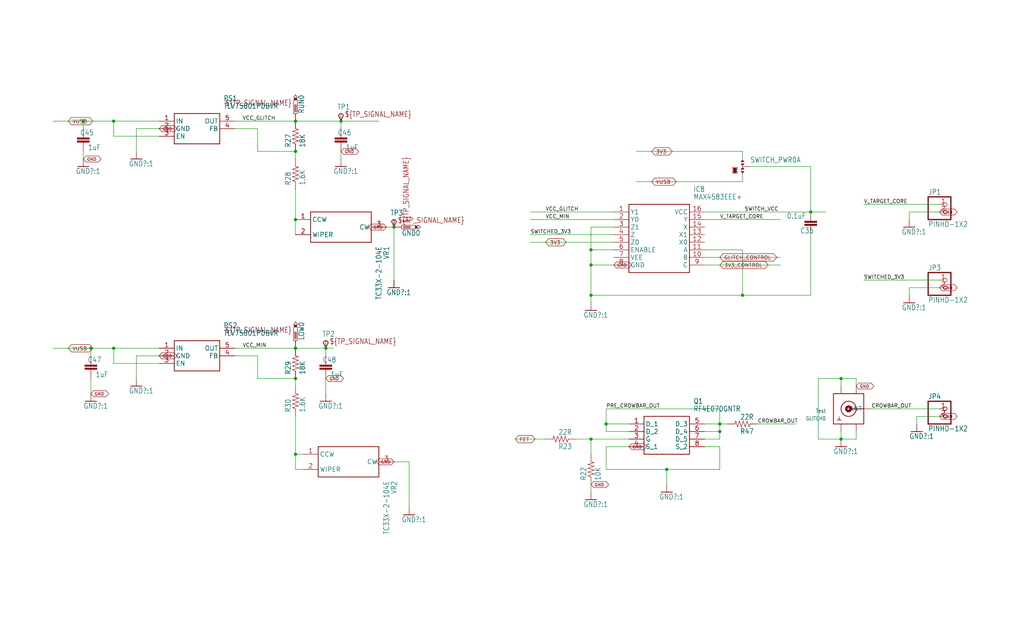
<source format=kicad_sch>
(kicad_sch (version 20250114) (generator "eeschema") (generator_version "9.0")
  (paper "User" 343.281 210.007)
  (lib_symbols
    (symbol "L1_2025_v1.4-eagle-import:0R-JUMPC"
      (symbol "0R-JUMPC_1_0"
        (polyline (pts (xy 0 2.54) (xy 0 1.778)) (stroke (width 0.1524)))
        (arc (start -0.508 1.524) (mid 0 2.032) (end 0.508 1.524) (stroke (width 0.0001)) (fill (type outline)))
        (arc (start 0.508 1.016) (mid 0 0.508) (end -0.508 1.016) (stroke (width 0.0001)) (fill (type outline)))
        (polyline (pts (xy 0 0.508) (xy 0 -0.508)) (stroke (width 0.1524)))
        (arc (start -0.508 -1.016) (mid 0 -0.508) (end 0.508 -1.016) (stroke (width 0.0001)) (fill (type outline)))
        (arc (start 0.508 -1.524) (mid 0 -2.032) (end -0.508 -1.524) (stroke (width 0.0001)) (fill (type outline)))
        (polyline (pts (xy 0 -2.54) (xy 0 -1.778)) (stroke (width 0.1524)))
        (pin passive line (at 0 2.54 270) (length 0) (name "1") (number "1"))
        (pin passive line (at 0 -2.54 90) (length 0) (name "3") (number "3"))
        (pin passive line (at 2.54 0 180) (length 2.54) (name "2") (number "2"))
      )
      (symbol "0R-JUMPC_2_0"
        (polyline (pts (xy -0.762 -0.508) (xy -0.762 -0.254)) (stroke (width 0.1524)))
        (polyline (pts (xy -0.762 -1.016) (xy -0.762 -0.762)) (stroke (width 0.1524)))
        (polyline (pts (xy -0.762 -1.778) (xy -0.762 -1.524)) (stroke (width 0.1524)))
        (polyline (pts (xy -0.762 -2.286) (xy -0.762 -2.032)) (stroke (width 0.1524)))
        (polyline (pts (xy -0.508 -0.254) (xy -0.762 -0.254)) (stroke (width 0.1524)))
        (polyline (pts (xy -0.508 -2.286) (xy -0.762 -2.286)) (stroke (width 0.1524)))
        (polyline (pts (xy 0.254 -0.254) (xy -0.254 -0.254)) (stroke (width 0.1524)))
        (polyline (pts (xy 0.254 -2.286) (xy -0.254 -2.286)) (stroke (width 0.1524)))
        (rectangle (start 0.508 -0.508) (end -0.508 -2.032) (fill (type outline)))
        (polyline (pts (xy 0.762 -0.254) (xy 0.508 -0.254)) (stroke (width 0.1524)))
        (polyline (pts (xy 0.762 -0.254) (xy 0.762 -0.508)) (stroke (width 0.1524)))
        (polyline (pts (xy 0.762 -0.762) (xy 0.762 -1.016)) (stroke (width 0.1524)))
        (polyline (pts (xy 0.762 -1.524) (xy 0.762 -1.778)) (stroke (width 0.1524)))
        (polyline (pts (xy 0.762 -2.032) (xy 0.762 -2.286)) (stroke (width 0.1524)))
        (polyline (pts (xy 0.762 -2.286) (xy 0.508 -2.286)) (stroke (width 0.1524)))
      )
    )
    (symbol "L1_2025_v1.4-eagle-import:CAP0402-CAP"
      (property "Reference" "C" (at 1.524 2.921 0))
      (symbol "CAP0402-CAP_1_0"
        (rectangle (start -2.032 1.524) (end 2.032 2.032) (fill (type outline)))
        (rectangle (start -2.032 0.508) (end 2.032 1.016) (fill (type outline)))
        (polyline (pts (xy 0 2.54) (xy 0 2.032)) (stroke (width 0.1524)))
        (polyline (pts (xy 0 0) (xy 0 0.508)) (stroke (width 0.1524)))
        (pin passive line (at 0 5.08 270) (length 2.54) (name "1") (number "1"))
        (pin passive line (at 0 -2.54 90) (length 2.54) (name "2") (number "2"))
      )
    )
    (symbol "L1_2025_v1.4-eagle-import:GND?{colon}1" (power)
      (symbol "GND?{colon}1_1_0"
        (polyline (pts (xy -1.905 0) (xy 1.905 0)) (stroke (width 0.254)))
        (pin power_in line (at 0 2.54 270) (length 2.54) (name "GND") (number "1"))
      )
    )
    (symbol "L1_2025_v1.4-eagle-import:MAX4583EEE+"
      (property "Reference" "IC" (at 26.67 7.62 0))
      (symbol "MAX4583EEE+_1_0"
        (polyline (pts (xy 5.08 2.54) (xy 5.08 -20.32)) (stroke (width 0.254)))
        (polyline (pts (xy 5.08 2.54) (xy 25.4 2.54)) (stroke (width 0.254)))
        (polyline (pts (xy 25.4 -20.32) (xy 5.08 -20.32)) (stroke (width 0.254)))
        (polyline (pts (xy 25.4 -20.32) (xy 25.4 2.54)) (stroke (width 0.254)))
        (pin bidirectional line (at 0 0 0) (length 5.08) (name "Y1") (number "1"))
        (pin bidirectional line (at 0 -2.54 0) (length 5.08) (name "Y0") (number "2"))
        (pin bidirectional line (at 0 -5.08 0) (length 5.08) (name "Z1") (number "3"))
        (pin bidirectional line (at 0 -7.62 0) (length 5.08) (name "Z") (number "4"))
        (pin bidirectional line (at 0 -10.16 0) (length 5.08) (name "Z0") (number "5"))
        (pin bidirectional line (at 0 -12.7 0) (length 5.08) (name "ENABLE") (number "6"))
        (pin bidirectional line (at 0 -15.24 0) (length 5.08) (name "VEE") (number "7"))
        (pin bidirectional line (at 0 -17.78 0) (length 5.08) (name "GND") (number "8"))
        (pin bidirectional line (at 30.48 0 180) (length 5.08) (name "VCC") (number "16"))
        (pin bidirectional line (at 30.48 -2.54 180) (length 5.08) (name "Y") (number "15"))
        (pin bidirectional line (at 30.48 -5.08 180) (length 5.08) (name "X") (number "14"))
        (pin bidirectional line (at 30.48 -7.62 180) (length 5.08) (name "X1") (number "13"))
        (pin bidirectional line (at 30.48 -10.16 180) (length 5.08) (name "X0") (number "12"))
        (pin bidirectional line (at 30.48 -12.7 180) (length 5.08) (name "A") (number "11"))
        (pin bidirectional line (at 30.48 -15.24 180) (length 5.08) (name "B") (number "10"))
        (pin bidirectional line (at 30.48 -17.78 180) (length 5.08) (name "C") (number "9"))
      )
    )
    (symbol "L1_2025_v1.4-eagle-import:PINHD-1X2"
      (property "Reference" "JP" (at -6.35 5.715 0))
      (symbol "PINHD-1X2_1_0"
        (polyline (pts (xy -6.35 5.08) (xy -6.35 -2.54)) (stroke (width 0.4064)))
        (polyline (pts (xy -6.35 -2.54) (xy 1.27 -2.54)) (stroke (width 0.4064)))
        (polyline (pts (xy 1.27 5.08) (xy -6.35 5.08)) (stroke (width 0.4064)))
        (polyline (pts (xy 1.27 -2.54) (xy 1.27 5.08)) (stroke (width 0.4064)))
        (pin passive inverted (at -2.54 2.54 0) (length 2.54) (name "1") (number "1"))
        (pin passive inverted (at -2.54 0 0) (length 2.54) (name "2") (number "2"))
      )
    )
    (symbol "L1_2025_v1.4-eagle-import:PTR1PAD1-13"
      (property "Reference" "TP" (at -1.016 -6.35 90))
      (symbol "PTR1PAD1-13_1_0"
        (polyline (pts (xy -0.635 0) (xy -0.635 -4.572)) (stroke (width 0.1524)))
        (polyline (pts (xy -0.508 -5.207) (xy -0.508 -5.715)) (stroke (width 0.1524)))
        (polyline (pts (xy -0.508 -5.715) (xy 0 -6.35)) (stroke (width 0.1524)))
        (polyline (pts (xy -0.381 -0.762) (xy 0.381 -0.508)) (stroke (width 0.1524)))
        (polyline (pts (xy -0.381 -1.27) (xy 0.381 -1.016)) (stroke (width 0.1524)))
        (polyline (pts (xy -0.381 -1.778) (xy 0.381 -1.524)) (stroke (width 0.1524)))
        (polyline (pts (xy -0.381 -2.286) (xy 0.381 -2.032)) (stroke (width 0.1524)))
        (polyline (pts (xy -0.381 -2.794) (xy 0.381 -2.54)) (stroke (width 0.1524)))
        (rectangle (start -0.381 -5.207) (end 0.381 -4.572) (fill (type outline)))
        (polyline (pts (xy 0 -6.35) (xy 0.508 -5.715)) (stroke (width 0.1524)))
        (polyline (pts (xy 0.381 -1.016) (xy -0.381 -0.762)) (stroke (width 0.1524)))
        (polyline (pts (xy 0.381 -1.524) (xy -0.381 -1.27)) (stroke (width 0.1524)))
        (polyline (pts (xy 0.381 -2.032) (xy -0.381 -1.778)) (stroke (width 0.1524)))
        (polyline (pts (xy 0.381 -2.54) (xy -0.381 -2.286)) (stroke (width 0.1524)))
        (polyline (pts (xy 0.381 -3.048) (xy -0.381 -2.794)) (stroke (width 0.1524)))
        (polyline (pts (xy 0.508 -5.207) (xy -0.508 -5.207)) (stroke (width 0.1524)))
        (polyline (pts (xy 0.508 -5.715) (xy 0.508 -5.207)) (stroke (width 0.1524)))
        (polyline (pts (xy 0.635 0) (xy -0.635 0)) (stroke (width 0.1524)))
        (polyline (pts (xy 0.635 -4.572) (xy -0.635 -4.572)) (stroke (width 0.1524)))
        (polyline (pts (xy 0.635 -4.572) (xy 0.635 0)) (stroke (width 0.1524)))
        (text "${TP_SIGNAL_NAME}" (at 1.27 -2.54 0) (effects (font (size 1.778 1.5113)) (justify left bottom)))
        (pin input line (at 0 2.54 270) (length 2.54) (name "TP") (number "TP"))
      )
    )
    (symbol "L1_2025_v1.4-eagle-import:RESISTOR?{colon}10402-RES"
      (property "Reference" "R" (at -3.81 1.4986 0))
      (symbol "RESISTOR?{colon}10402-RES_1_0"
        (polyline (pts (xy -2.54 0) (xy -2.159 1.016)) (stroke (width 0.1524)))
        (polyline (pts (xy -2.159 1.016) (xy -1.524 -1.016)) (stroke (width 0.1524)))
        (polyline (pts (xy -1.524 -1.016) (xy -0.889 1.016)) (stroke (width 0.1524)))
        (polyline (pts (xy -0.889 1.016) (xy -0.254 -1.016)) (stroke (width 0.1524)))
        (polyline (pts (xy -0.254 -1.016) (xy 0.381 1.016)) (stroke (width 0.1524)))
        (polyline (pts (xy 0.381 1.016) (xy 1.016 -1.016)) (stroke (width 0.1524)))
        (polyline (pts (xy 1.016 -1.016) (xy 1.651 1.016)) (stroke (width 0.1524)))
        (polyline (pts (xy 1.651 1.016) (xy 2.286 -1.016)) (stroke (width 0.1524)))
        (polyline (pts (xy 2.286 -1.016) (xy 2.54 0)) (stroke (width 0.1524)))
        (pin passive line (at -5.08 0 0) (length 2.54) (name "1") (number "1"))
        (pin passive line (at 5.08 0 180) (length 2.54) (name "2") (number "2"))
      )
    )
    (symbol "L1_2025_v1.4-eagle-import:RF4E070GNTR"
      (property "Reference" "Q" (at 21.59 7.62 0))
      (symbol "RF4E070GNTR_1_0"
        (polyline (pts (xy 5.08 2.54) (xy 5.08 -10.16)) (stroke (width 0.254)))
        (polyline (pts (xy 5.08 2.54) (xy 20.32 2.54)) (stroke (width 0.254)))
        (polyline (pts (xy 20.32 -10.16) (xy 5.08 -10.16)) (stroke (width 0.254)))
        (polyline (pts (xy 20.32 -10.16) (xy 20.32 2.54)) (stroke (width 0.254)))
        (pin bidirectional line (at 0 0 0) (length 5.08) (name "D_1") (number "1"))
        (pin bidirectional line (at 0 -2.54 0) (length 5.08) (name "D_2") (number "2"))
        (pin bidirectional line (at 0 -5.08 0) (length 5.08) (name "G") (number "3"))
        (pin bidirectional line (at 0 -7.62 0) (length 5.08) (name "S_1") (number "4"))
        (pin bidirectional line (at 25.4 0 180) (length 5.08) (name "D_3") (number "5"))
        (pin bidirectional line (at 25.4 -2.54 180) (length 5.08) (name "D_4") (number "6"))
        (pin bidirectional line (at 25.4 -5.08 180) (length 5.08) (name "D_5") (number "7"))
        (pin bidirectional line (at 25.4 -7.62 180) (length 5.08) (name "S_2") (number "8"))
      )
    )
    (symbol "L1_2025_v1.4-eagle-import:SMACONNECTOR_EDGE"
      (property "Reference" "X" (at 7.62 2.54 0))
      (symbol "SMACONNECTOR_EDGE_1_0"
        (polyline (pts (xy -5.08 5.08) (xy 5.08 5.08)) (stroke (width 0.254)))
        (polyline (pts (xy -5.08 0) (xy -5.08 5.08)) (stroke (width 0.254)))
        (polyline (pts (xy -5.08 0) (xy 0 0)) (stroke (width 0.254)))
        (polyline (pts (xy -5.08 -5.08) (xy -5.08 0)) (stroke (width 0.254)))
        (circle (center 0 0) (radius 0.3592) (stroke (width 0.8128)))
        (circle (center 0 0) (radius 2.54) (stroke (width 0.254)))
        (polyline (pts (xy 2.54 3.81) (xy 3.175 3.81)) (stroke (width 0.127)))
        (polyline (pts (xy 3.175 3.81) (xy 3.175 2.54)) (stroke (width 0.127)))
        (polyline (pts (xy 3.175 3.81) (xy 3.81 3.81)) (stroke (width 0.127)))
        (polyline (pts (xy 3.175 3.175) (xy 2.54 3.81)) (stroke (width 0.127)))
        (polyline (pts (xy 3.81 3.81) (xy 3.175 3.175)) (stroke (width 0.127)))
        (polyline (pts (xy 5.08 5.08) (xy 5.08 -5.08)) (stroke (width 0.254)))
        (polyline (pts (xy 5.08 -5.08) (xy -5.08 -5.08)) (stroke (width 0.254)))
        (pin bidirectional line (at -7.62 0 0) (length 2.54) (name "ANT") (number "P"))
        (pin power_in line (at -2.54 7.62 270) (length 2.54) (name "GND1") (number "GND@4"))
        (pin power_in line (at -2.54 -7.62 90) (length 2.54) (name "GND3") (number "GND@2"))
        (pin power_in line (at 2.54 7.62 270) (length 2.54) (name "GND2") (number "GND@3"))
        (pin power_in line (at 2.54 -7.62 90) (length 2.54) (name "GND4") (number "GND@1"))
      )
    )
    (symbol "L1_2025_v1.4-eagle-import:TC33X-2-104E"
      (property "Reference" "VR" (at 8.89 0 0))
      (symbol "TC33X-2-104E_1_0"
        (polyline (pts (xy -2.54 -5.08) (xy -2.54 -25.4)) (stroke (width 0.254)))
        (polyline (pts (xy -2.54 -5.08) (xy 7.62 -5.08)) (stroke (width 0.254)))
        (polyline (pts (xy 7.62 -25.4) (xy -2.54 -25.4)) (stroke (width 0.254)))
        (polyline (pts (xy 7.62 -25.4) (xy 7.62 -5.08)) (stroke (width 0.254)))
        (pin bidirectional line (at 0 -30.48 90) (length 5.08) (name "CCW") (number "1"))
        (pin bidirectional line (at 2.54 0 270) (length 5.08) (name "CW") (number "3"))
        (pin bidirectional line (at 5.08 -30.48 90) (length 5.08) (name "WIPER") (number "2"))
      )
    )
    (symbol "L1_2025_v1.4-eagle-import:TESTPAD_TPSTP20R"
      (property "Reference" "TP" (at -1.27 1.27 0))
      (symbol "TESTPAD_TPSTP20R_1_0"
        (arc (start -0.762 -0.762) (mid -0.0001 0.0001) (end 0.762 -0.7618) (stroke (width 0.254)))
        (polyline (pts (xy 0 -2.286) (xy -0.762 -0.762)) (stroke (width 0.254)))
        (polyline (pts (xy 0.762 -0.762) (xy 0 -2.286)) (stroke (width 0.254)))
        (text "${TP_SIGNAL_NAME}" (at 1.27 -1.27 0) (effects (font (size 1.778 1.5113)) (justify left bottom)))
        (pin input line (at 0 -2.54 90) (length 2.54) (name "PP") (number "TP"))
      )
    )
    (symbol "L1_2025_v1.4-eagle-import:TLV75801PDBVR"
      (property "Reference" "PS" (at 21.59 7.62 0))
      (symbol "TLV75801PDBVR_1_0"
        (polyline (pts (xy 5.08 2.54) (xy 5.08 -7.62)) (stroke (width 0.254)))
        (polyline (pts (xy 5.08 2.54) (xy 20.32 2.54)) (stroke (width 0.254)))
        (polyline (pts (xy 20.32 -7.62) (xy 5.08 -7.62)) (stroke (width 0.254)))
        (polyline (pts (xy 20.32 -7.62) (xy 20.32 2.54)) (stroke (width 0.254)))
        (pin bidirectional line (at 0 0 0) (length 5.08) (name "IN") (number "1"))
        (pin bidirectional line (at 0 -2.54 0) (length 5.08) (name "GND") (number "2"))
        (pin bidirectional line (at 0 -5.08 0) (length 5.08) (name "EN") (number "3"))
        (pin bidirectional line (at 25.4 0 180) (length 5.08) (name "OUT") (number "5"))
        (pin bidirectional line (at 25.4 -2.54 180) (length 5.08) (name "FB") (number "4"))
      )
    )
  )
  (junction (at 38.1 116.84))
  (junction (at 241.3 144.78))
  (junction (at 99.06 40.64))
  (junction (at 99.06 50.8))
  (junction (at 198.12 99.06))
  (junction (at 99.06 73.66))
  (junction (at 281.94 147.32))
  (junction (at 27.94 40.64))
  (junction (at 198.12 88.9))
  (junction (at 248.92 99.06))
  (junction (at 30.48 116.84))
  (junction (at 109.22 116.84))
  (junction (at 198.12 147.32))
  (junction (at 198.12 83.82))
  (junction (at 241.3 142.24))
  (junction (at 114.3 40.64))
  (junction (at 223.52 157.48))
  (junction (at 99.06 152.4))
  (junction (at 281.94 127))
  (junction (at 271.78 71.12))
  (junction (at 203.2 142.24))
  (junction (at 99.06 127))
  (junction (at 132.08 76.2))
  (junction (at 38.1 40.64))
  (junction (at 99.06 116.84))
  (wire (pts (xy 248.92 58.42) (xy 248.92 60.96)) (stroke (width 0.1524)))
  (wire (pts (xy 248.92 99.06) (xy 198.12 99.06)) (stroke (width 0.1524)))
  (wire (pts (xy 198.12 147.32) (xy 193.04 147.32)) (stroke (width 0.1524)))
  (wire (pts (xy 109.22 116.84) (xy 111.76 116.84)) (stroke (width 0.1524)))
  (wire (pts (xy 241.3 149.86) (xy 236.22 149.86)) (stroke (width 0.1524)))
  (wire (pts (xy 203.2 149.86) (xy 203.2 157.48)) (stroke (width 0.1524)))
  (wire (pts (xy 38.1 40.64) (xy 27.94 40.64)) (stroke (width 0.1524)))
  (wire (pts (xy 132.08 154.94) (xy 137.16 154.94)) (stroke (width 0.1524)))
  (wire (pts (xy 30.48 132.08) (xy 30.48 127)) (stroke (width 0.1524)))
  (wire (pts (xy 99.06 127) (xy 99.06 129.54)) (stroke (width 0.1524)))
  (wire (pts (xy 236.22 86.36) (xy 261.62 86.36)) (stroke (width 0.1524)))
  (wire (pts (xy 99.06 63.5) (xy 99.06 73.66)) (stroke (width 0.1524)))
  (wire (pts (xy 198.12 83.82) (xy 198.12 88.9)) (stroke (width 0.1524)))
  (wire (pts (xy 248.92 60.96) (xy 213.36 60.96)) (stroke (width 0.1524)))
  (wire (pts (xy 314.96 96.52) (xy 304.8 96.52)) (stroke (width 0.1524)))
  (wire (pts (xy 248.92 83.82) (xy 248.92 99.06)) (stroke (width 0.1524)))
  (wire (pts (xy 271.78 99.06) (xy 248.92 99.06)) (stroke (width 0.1524)))
  (wire (pts (xy 30.48 116.84) (xy 17.78 116.84)) (stroke (width 0.1524)))
  (wire (pts (xy 38.1 121.92) (xy 38.1 116.84)) (stroke (width 0.1524)))
  (wire (pts (xy 198.12 99.06) (xy 198.12 101.6)) (stroke (width 0.1524)))
  (wire (pts (xy 287.02 129.54) (xy 287.02 127)) (stroke (width 0.1524)))
  (wire (pts (xy 314.96 93.98) (xy 289.56 93.98)) (stroke (width 0.1524)))
  (wire (pts (xy 182.88 147.32) (xy 172.72 147.32)) (stroke (width 0.1524)))
  (wire (pts (xy 198.12 162.56) (xy 198.12 165.1)) (stroke (width 0.1524)))
  (wire (pts (xy 281.94 127) (xy 281.94 129.54)) (stroke (width 0.1524)))
  (wire (pts (xy 236.22 83.82) (xy 248.92 83.82)) (stroke (width 0.1524)))
  (wire (pts (xy 86.36 119.38) (xy 86.36 127)) (stroke (width 0.1524)))
  (wire (pts (xy 45.72 43.18) (xy 45.72 50.8)) (stroke (width 0.1524)))
  (wire (pts (xy 236.22 73.66) (xy 261.62 73.66)) (stroke (width 0.1524)))
  (wire (pts (xy 241.3 142.24) (xy 241.3 144.78)) (stroke (width 0.1524)))
  (wire (pts (xy 27.94 43.18) (xy 27.94 40.64)) (stroke (width 0.1524)))
  (wire (pts (xy 205.74 81.28) (xy 177.8 81.28)) (stroke (width 0.1524)))
  (wire (pts (xy 27.94 53.34) (xy 27.94 50.8)) (stroke (width 0.1524)))
  (wire (pts (xy 281.94 147.32) (xy 287.02 147.32)) (stroke (width 0.1524)))
  (wire (pts (xy 203.2 144.78) (xy 203.2 142.24)) (stroke (width 0.1524)))
  (wire (pts (xy 132.08 76.2) (xy 132.08 93.98)) (stroke (width 0.1524)))
  (wire (pts (xy 99.06 40.64) (xy 114.3 40.64)) (stroke (width 0.1524)))
  (wire (pts (xy 45.72 119.38) (xy 45.72 127)) (stroke (width 0.1524)))
  (wire (pts (xy 241.3 157.48) (xy 241.3 149.86)) (stroke (width 0.1524)))
  (wire (pts (xy 241.3 144.78) (xy 236.22 144.78)) (stroke (width 0.1524)))
  (wire (pts (xy 99.06 116.84) (xy 78.74 116.84)) (stroke (width 0.1524)))
  (wire (pts (xy 241.3 142.24) (xy 236.22 142.24)) (stroke (width 0.1524)))
  (wire (pts (xy 314.96 139.7) (xy 307.34 139.7)) (stroke (width 0.1524)))
  (wire (pts (xy 38.1 45.72) (xy 38.1 40.64)) (stroke (width 0.1524)))
  (wire (pts (xy 236.22 88.9) (xy 261.62 88.9)) (stroke (width 0.1524)))
  (wire (pts (xy 99.06 157.48) (xy 101.6 157.48)) (stroke (width 0.1524)))
  (wire (pts (xy 99.06 139.7) (xy 99.06 152.4)) (stroke (width 0.1524)))
  (wire (pts (xy 205.74 78.74) (xy 177.8 78.74)) (stroke (width 0.1524)))
  (wire (pts (xy 203.2 157.48) (xy 223.52 157.48)) (stroke (width 0.1524)))
  (wire (pts (xy 114.3 43.18) (xy 114.3 40.64)) (stroke (width 0.1524)))
  (wire (pts (xy 53.34 116.84) (xy 38.1 116.84)) (stroke (width 0.1524)))
  (wire (pts (xy 251.46 55.88) (xy 271.78 55.88)) (stroke (width 0.1524)))
  (wire (pts (xy 223.52 157.48) (xy 241.3 157.48)) (stroke (width 0.1524)))
  (wire (pts (xy 314.96 71.12) (xy 304.8 71.12)) (stroke (width 0.1524)))
  (wire (pts (xy 210.82 149.86) (xy 203.2 149.86)) (stroke (width 0.1524)))
  (wire (pts (xy 236.22 147.32) (xy 241.3 147.32)) (stroke (width 0.1524)))
  (wire (pts (xy 281.94 127) (xy 274.32 127)) (stroke (width 0.1524)))
  (wire (pts (xy 248.92 53.34) (xy 248.92 50.8)) (stroke (width 0.1524)))
  (wire (pts (xy 114.3 50.8) (xy 114.3 53.34)) (stroke (width 0.1524)))
  (wire (pts (xy 205.74 76.2) (xy 198.12 76.2)) (stroke (width 0.1524)))
  (wire (pts (xy 205.74 83.82) (xy 198.12 83.82)) (stroke (width 0.1524)))
  (wire (pts (xy 281.94 147.32) (xy 281.94 144.78)) (stroke (width 0.1524)))
  (wire (pts (xy 304.8 96.52) (xy 304.8 99.06)) (stroke (width 0.1524)))
  (wire (pts (xy 205.74 88.9) (xy 198.12 88.9)) (stroke (width 0.1524)))
  (wire (pts (xy 78.74 119.38) (xy 86.36 119.38)) (stroke (width 0.1524)))
  (wire (pts (xy 109.22 119.38) (xy 109.22 116.84)) (stroke (width 0.1524)))
  (wire (pts (xy 241.3 137.16) (xy 241.3 142.24)) (stroke (width 0.1524)))
  (wire (pts (xy 53.34 43.18) (xy 45.72 43.18)) (stroke (width 0.1524)))
  (wire (pts (xy 292.1 137.16) (xy 314.96 137.16)) (stroke (width 0.1524)))
  (wire (pts (xy 203.2 142.24) (xy 210.82 142.24)) (stroke (width 0.1524)))
  (wire (pts (xy 99.06 40.64) (xy 78.74 40.64)) (stroke (width 0.1524)))
  (wire (pts (xy 86.36 43.18) (xy 86.36 50.8)) (stroke (width 0.1524)))
  (wire (pts (xy 78.74 43.18) (xy 86.36 43.18)) (stroke (width 0.1524)))
  (wire (pts (xy 99.06 152.4) (xy 99.06 157.48)) (stroke (width 0.1524)))
  (wire (pts (xy 99.06 116.84) (xy 109.22 116.84)) (stroke (width 0.1524)))
  (wire (pts (xy 274.32 127) (xy 274.32 147.32)) (stroke (width 0.1524)))
  (wire (pts (xy 114.3 40.64) (xy 127 40.64)) (stroke (width 0.1524)))
  (wire (pts (xy 210.82 144.78) (xy 203.2 144.78)) (stroke (width 0.1524)))
  (wire (pts (xy 99.06 73.66) (xy 99.06 78.74)) (stroke (width 0.1524)))
  (wire (pts (xy 274.32 147.32) (xy 281.94 147.32)) (stroke (width 0.1524)))
  (wire (pts (xy 38.1 116.84) (xy 30.48 116.84)) (stroke (width 0.1524)))
  (wire (pts (xy 289.56 68.58) (xy 314.96 68.58)) (stroke (width 0.1524)))
  (wire (pts (xy 213.36 50.8) (xy 248.92 50.8)) (stroke (width 0.1524)))
  (wire (pts (xy 254 142.24) (xy 266.7 142.24)) (stroke (width 0.1524)))
  (wire (pts (xy 86.36 127) (xy 99.06 127)) (stroke (width 0.1524)))
  (wire (pts (xy 53.34 45.72) (xy 38.1 45.72)) (stroke (width 0.1524)))
  (wire (pts (xy 241.3 142.24) (xy 243.84 142.24)) (stroke (width 0.1524)))
  (wire (pts (xy 198.12 76.2) (xy 198.12 83.82)) (stroke (width 0.1524)))
  (wire (pts (xy 304.8 71.12) (xy 304.8 73.66)) (stroke (width 0.1524)))
  (wire (pts (xy 271.78 55.88) (xy 271.78 71.12)) (stroke (width 0.1524)))
  (wire (pts (xy 86.36 50.8) (xy 99.06 50.8)) (stroke (width 0.1524)))
  (wire (pts (xy 53.34 119.38) (xy 45.72 119.38)) (stroke (width 0.1524)))
  (wire (pts (xy 109.22 127) (xy 109.22 132.08)) (stroke (width 0.1524)))
  (wire (pts (xy 137.16 154.94) (xy 137.16 170.18)) (stroke (width 0.1524)))
  (wire (pts (xy 99.06 50.8) (xy 99.06 53.34)) (stroke (width 0.1524)))
  (wire (pts (xy 203.2 137.16) (xy 241.3 137.16)) (stroke (width 0.1524)))
  (wire (pts (xy 287.02 147.32) (xy 287.02 144.78)) (stroke (width 0.1524)))
  (wire (pts (xy 210.82 147.32) (xy 198.12 147.32)) (stroke (width 0.1524)))
  (wire (pts (xy 271.78 78.74) (xy 271.78 99.06)) (stroke (width 0.1524)))
  (wire (pts (xy 287.02 127) (xy 281.94 127)) (stroke (width 0.1524)))
  (wire (pts (xy 205.74 73.66) (xy 177.8 73.66)) (stroke (width 0.1524)))
  (wire (pts (xy 198.12 88.9) (xy 198.12 99.06)) (stroke (width 0.1524)))
  (wire (pts (xy 241.3 147.32) (xy 241.3 144.78)) (stroke (width 0.1524)))
  (wire (pts (xy 101.6 152.4) (xy 99.06 152.4)) (stroke (width 0.1524)))
  (wire (pts (xy 205.74 71.12) (xy 177.8 71.12)) (stroke (width 0.1524)))
  (wire (pts (xy 307.34 139.7) (xy 307.34 142.24)) (stroke (width 0.1524)))
  (wire (pts (xy 129.54 76.2) (xy 132.08 76.2)) (stroke (width 0.1524)))
  (wire (pts (xy 30.48 119.38) (xy 30.48 116.84)) (stroke (width 0.1524)))
  (wire (pts (xy 27.94 40.64) (xy 17.78 40.64)) (stroke (width 0.1524)))
  (wire (pts (xy 53.34 121.92) (xy 38.1 121.92)) (stroke (width 0.1524)))
  (wire (pts (xy 223.52 157.48) (xy 223.52 162.56)) (stroke (width 0.1524)))
  (wire (pts (xy 203.2 142.24) (xy 203.2 137.16)) (stroke (width 0.1524)))
  (wire (pts (xy 236.22 71.12) (xy 271.78 71.12)) (stroke (width 0.1524)))
  (wire (pts (xy 198.12 152.4) (xy 198.12 147.32)) (stroke (width 0.1524)))
  (wire (pts (xy 53.34 40.64) (xy 38.1 40.64)) (stroke (width 0.1524)))
  (wire (pts (xy 271.78 71.12) (xy 276.86 71.12)) (stroke (width 0.1524)))
  (label "SWITCHED_3V3" (at 289.56 93.98 0) (effects (font (size 1.2446 1.2446))))
  (label "CROWBAR_OUT" (at 254 142.24 0) (effects (font (size 1.2446 1.2446))))
  (label "SWITCH_VCC" (at 249.555 71.12 0) (effects (font (size 1.2446 1.2446))))
  (label "SWITCHED_3V3" (at 177.8 78.74 0) (effects (font (size 1.2446 1.2446))))
  (label "V_TARGET_CORE" (at 289.56 68.58 0) (effects (font (size 1.2446 1.2446))))
  (label "V_TARGET_CORE" (at 241.3 73.66 0) (effects (font (size 1.2446 1.2446))))
  (label "CROWBAR_OUT" (at 292.1 137.16 0) (effects (font (size 1.2446 1.2446))))
  (label "PRE_CROWBAR_OUT" (at 203.2 137.16 0) (effects (font (size 1.2446 1.2446))))
  (label "VCC_MIN" (at 81.28 116.84 0) (effects (font (size 1.2446 1.2446))))
  (label "VCC_GLITCH" (at 81.28 40.64 0) (effects (font (size 1.2446 1.2446))))
  (label "VCC_MIN" (at 182.88 73.66 0) (effects (font (size 1.2446 1.2446))))
  (label "VCC_GLITCH" (at 182.88 71.12 0) (effects (font (size 1.2446 1.2446))))
  (global_label "FET" (shape bidirectional) (at 172.72 147.32 0) (effects (font (size 1.2446 1.2446))) (property "Intersheetrefs" "${INTERSHEET_REFS}" (effects (hide yes))))
  (global_label "GND" (shape bidirectional) (at 287.02 129.54 0) (effects (font (size 1.016 1.016))) (property "Intersheetrefs" "${INTERSHEET_REFS}" (effects (hide yes))))
  (global_label "VUSB" (shape bidirectional) (at 218.44 60.96 0) (effects (font (size 1.2446 1.2446))) (property "Intersheetrefs" "${INTERSHEET_REFS}" (effects (hide yes))))
  (global_label "GND" (shape bidirectional) (at 314.96 71.12 0) (effects (font (size 1.016 1.016))) (property "Intersheetrefs" "${INTERSHEET_REFS}" (effects (hide yes))))
  (global_label "GND" (shape bidirectional) (at 53.34 119.38 0) (effects (font (size 1.016 1.016))) (property "Intersheetrefs" "${INTERSHEET_REFS}" (effects (hide yes))))
  (global_label "GLITCH_CONTROL" (shape bidirectional) (at 241.3 86.36 0) (effects (font (size 1.2446 1.2446))) (property "Intersheetrefs" "${INTERSHEET_REFS}" (effects (hide yes))))
  (global_label "GND" (shape bidirectional) (at 314.96 96.52 0) (effects (font (size 1.016 1.016))) (property "Intersheetrefs" "${INTERSHEET_REFS}" (effects (hide yes))))
  (global_label "3V3" (shape bidirectional) (at 182.88 81.28 0) (effects (font (size 1.2446 1.2446))) (property "Intersheetrefs" "${INTERSHEET_REFS}" (effects (hide yes))))
  (global_label "GND" (shape bidirectional) (at 30.48 132.08 0) (effects (font (size 1.016 1.016))) (property "Intersheetrefs" "${INTERSHEET_REFS}" (effects (hide yes))))
  (global_label "GND" (shape bidirectional) (at 198.12 162.56 0) (effects (font (size 1.016 1.016))) (property "Intersheetrefs" "${INTERSHEET_REFS}" (effects (hide yes))))
  (global_label "VUSB" (shape bidirectional) (at 22.86 40.64 0) (effects (font (size 1.2446 1.2446))) (property "Intersheetrefs" "${INTERSHEET_REFS}" (effects (hide yes))))
  (global_label "GND" (shape bidirectional) (at 205.74 88.9 0) (effects (font (size 1.016 1.016))) (property "Intersheetrefs" "${INTERSHEET_REFS}" (effects (hide yes))))
  (global_label "3V3" (shape bidirectional) (at 218.44 50.8 0) (effects (font (size 1.2446 1.2446))) (property "Intersheetrefs" "${INTERSHEET_REFS}" (effects (hide yes))))
  (global_label "VUSB" (shape bidirectional) (at 22.86 116.84 0) (effects (font (size 1.2446 1.2446))) (property "Intersheetrefs" "${INTERSHEET_REFS}" (effects (hide yes))))
  (global_label "GND" (shape bidirectional) (at 132.08 154.94 180) (effects (font (size 1.016 1.016))) (property "Intersheetrefs" "${INTERSHEET_REFS}" (effects (hide yes))))
  (global_label "GND" (shape bidirectional) (at 53.34 43.18 0) (effects (font (size 1.016 1.016))) (property "Intersheetrefs" "${INTERSHEET_REFS}" (effects (hide yes))))
  (global_label "GND" (shape bidirectional) (at 129.54 76.2 180) (effects (font (size 1.016 1.016))) (property "Intersheetrefs" "${INTERSHEET_REFS}" (effects (hide yes))))
  (global_label "GND" (shape bidirectional) (at 314.96 139.7 0) (effects (font (size 1.016 1.016))) (property "Intersheetrefs" "${INTERSHEET_REFS}" (effects (hide yes))))
  (global_label "GND" (shape bidirectional) (at 109.22 127 0) (effects (font (size 1.016 1.016))) (property "Intersheetrefs" "${INTERSHEET_REFS}" (effects (hide yes))))
  (global_label "GND" (shape bidirectional) (at 114.3 50.8 0) (effects (font (size 1.016 1.016))) (property "Intersheetrefs" "${INTERSHEET_REFS}" (effects (hide yes))))
  (global_label "3V3_CONTROL" (shape bidirectional) (at 241.3 88.9 0) (effects (font (size 1.2446 1.2446))) (property "Intersheetrefs" "${INTERSHEET_REFS}" (effects (hide yes))))
  (global_label "GND" (shape bidirectional) (at 210.82 149.86 0) (effects (font (size 1.016 1.016))) (property "Intersheetrefs" "${INTERSHEET_REFS}" (effects (hide yes))))
  (global_label "GND" (shape bidirectional) (at 27.94 53.34 0) (effects (font (size 1.016 1.016))) (property "Intersheetrefs" "${INTERSHEET_REFS}" (effects (hide yes))))
  (symbol (lib_id "L1_2025_v1.4-eagle-import:GND?{colon}1") (at 304.8 101.6 0) (unit 1)
    (property "Reference" "#GND34" (effects (hide yes)))
    (property "Value" "GND?{colon}1" (at 302.26 104.14 0) (effects (font (size 1.778 1.5113)) (justify left bottom)))
  )
  (symbol (lib_id "L1_2025_v1.4-eagle-import:GND?{colon}1") (at 198.12 104.14 0) (unit 1)
    (property "Reference" "#GND25" (effects (hide yes)))
    (property "Value" "GND?{colon}1" (at 195.58 106.68 0) (effects (font (size 1.778 1.5113)) (justify left bottom)))
  )
  (symbol (lib_id "L1_2025_v1.4-eagle-import:TLV75801PDBVR") (at 53.34 40.64 0) (unit 1)
    (property "Reference" "PS1" (at 74.93 33.02 0) (effects (font (size 1.778 1.5113)) (justify left)))
    (property "Value" "TLV75801PDBVR" (at 74.93 35.56 0) (effects (font (size 1.778 1.5113)) (justify left)))
    (property "Footprint" "L1_2025_v1.4:SOT95P280X145-5N" (effects (hide yes)))
  )
  (symbol (lib_id "L1_2025_v1.4-eagle-import:GND?{colon}1") (at 109.22 134.62 0) (unit 1)
    (property "Reference" "#GND57" (effects (hide yes)))
    (property "Value" "GND?{colon}1" (at 106.68 137.16 0) (effects (font (size 1.778 1.5113)) (justify left bottom)))
  )
  (symbol (lib_id "L1_2025_v1.4-eagle-import:TC33X-2-104E") (at 129.54 73.66 270) (unit 1)
    (property "Reference" "VR1" (at 129.54 82.55 0) (effects (font (size 1.778 1.5113)) (justify left)))
    (property "Value" "TC33X-2-104E" (at 127 82.55 0) (effects (font (size 1.778 1.5113)) (justify left)))
    (property "Footprint" "L1_2025_v1.4:TC33X2503E" (effects (hide yes)))
  )
  (symbol (lib_id "L1_2025_v1.4-eagle-import:RESISTOR?{colon}10402-RES") (at 187.96 147.32 180) (unit 1)
    (property "Reference" "R23" (at 191.77 148.8186 0) (effects (font (size 1.778 1.5113)) (justify left bottom)))
    (property "Value" "22R" (at 191.77 144.018 0) (effects (font (size 1.778 1.5113)) (justify left bottom)))
    (property "Footprint" "L1_2025_v1.4:0402-RES_1" (effects (hide yes)))
  )
  (symbol (lib_id "L1_2025_v1.4-eagle-import:TC33X-2-104E") (at 132.08 152.4 270) (unit 1)
    (property "Reference" "VR2" (at 132.08 161.29 0) (effects (font (size 1.778 1.5113)) (justify left)))
    (property "Value" "TC33X-2-104E" (at 129.54 161.29 0) (effects (font (size 1.778 1.5113)) (justify left)))
    (property "Footprint" "L1_2025_v1.4:TC33X2503E" (effects (hide yes)))
  )
  (symbol (lib_id "L1_2025_v1.4-eagle-import:CAP0402-CAP") (at 114.3 45.72 180) (unit 1)
    (property "Reference" "C46" (at 117.856 43.561 0) (effects (font (size 1.778 1.5113)) (justify left bottom)))
    (property "Value" "1uF" (at 115.824 50.419 0) (effects (font (size 1.778 1.5113)) (justify right top)))
    (property "Footprint" "L1_2025_v1.4:0402-CAP" (effects (hide yes)))
  )
  (symbol (lib_id "L1_2025_v1.4-eagle-import:TESTPAD_TPSTP20R") (at 114.3 38.1 0) (unit 1)
    (property "Reference" "TP1" (at 113.03 36.83 0) (effects (font (size 1.778 1.5113)) (justify left bottom)))
    (property "Value" "TESTPAD_TPSTP20R" (effects (hide yes)))
    (property "Footprint" "L1_2025_v1.4:TESTPAD_TP20R_1" (effects (hide yes)))
  )
  (symbol (lib_id "L1_2025_v1.4-eagle-import:GND?{colon}1") (at 223.52 165.1 0) (unit 1)
    (property "Reference" "#GND30" (effects (hide yes)))
    (property "Value" "GND?{colon}1" (at 220.98 167.64 0) (effects (font (size 1.778 1.5113)) (justify left bottom)))
  )
  (symbol (lib_id "L1_2025_v1.4-eagle-import:RESISTOR?{colon}10402-RES") (at 99.06 134.62 90) (unit 1)
    (property "Reference" "R30" (at 97.5614 138.43 0) (effects (font (size 1.778 1.5113)) (justify left bottom)))
    (property "Value" "1.6K" (at 102.362 138.43 0) (effects (font (size 1.778 1.5113)) (justify left bottom)))
    (property "Footprint" "L1_2025_v1.4:0402-RES_1" (effects (hide yes)))
  )
  (symbol (lib_id "L1_2025_v1.4-eagle-import:PINHD-1X2") (at 317.5 139.7 0) (unit 1)
    (property "Reference" "JP4" (at 311.15 133.985 0) (effects (font (size 1.778 1.5113)) (justify left bottom)))
    (property "Value" "PINHD-1X2" (at 311.15 144.78 0) (effects (font (size 1.778 1.5113)) (justify left bottom)))
    (property "Footprint" "L1_2025_v1.4:1X02" (effects (hide yes)))
  )
  (symbol (lib_id "L1_2025_v1.4-eagle-import:RESISTOR?{colon}10402-RES") (at 99.06 45.72 90) (unit 1)
    (property "Reference" "R27" (at 97.5614 49.53 0) (effects (font (size 1.778 1.5113)) (justify left bottom)))
    (property "Value" "18K" (at 102.362 49.53 0) (effects (font (size 1.778 1.5113)) (justify left bottom)))
    (property "Footprint" "L1_2025_v1.4:0402-RES_1" (effects (hide yes)))
  )
  (symbol (lib_id "L1_2025_v1.4-eagle-import:GND?{colon}1") (at 307.34 144.78 0) (unit 1)
    (property "Reference" "#GND35" (effects (hide yes)))
    (property "Value" "GND?{colon}1" (at 304.8 147.32 0) (effects (font (size 1.778 1.5113)) (justify left bottom)))
  )
  (symbol (lib_id "L1_2025_v1.4-eagle-import:GND?{colon}1") (at 132.08 96.52 0) (unit 1)
    (property "Reference" "#GND42" (effects (hide yes)))
    (property "Value" "GND?{colon}1" (at 129.54 99.06 0) (effects (font (size 1.778 1.5113)) (justify left bottom)))
  )
  (symbol (lib_id "L1_2025_v1.4-eagle-import:PINHD-1X2") (at 317.5 96.52 0) (unit 1)
    (property "Reference" "JP3" (at 311.15 90.805 0) (effects (font (size 1.778 1.5113)) (justify left bottom)))
    (property "Value" "PINHD-1X2" (at 311.15 101.6 0) (effects (font (size 1.778 1.5113)) (justify left bottom)))
    (property "Footprint" "L1_2025_v1.4:1X02" (effects (hide yes)))
  )
  (symbol (lib_id "L1_2025_v1.4-eagle-import:RF4E070GNTR") (at 210.82 142.24 0) (unit 1)
    (property "Reference" "Q1" (at 232.41 134.62 0) (effects (font (size 1.778 1.5113)) (justify left)))
    (property "Value" "RF4E070GNTR" (at 232.41 137.16 0) (effects (font (size 1.778 1.5113)) (justify left)))
    (property "Footprint" "L1_2025_v1.4:RF4E070GNTR" (effects (hide yes)))
  )
  (symbol (lib_id "L1_2025_v1.4-eagle-import:RESISTOR?{colon}10402-RES") (at 248.92 142.24 180) (unit 1)
    (property "Reference" "R47" (at 252.73 143.7386 0) (effects (font (size 1.778 1.5113)) (justify left bottom)))
    (property "Value" "22R" (at 252.73 138.938 0) (effects (font (size 1.778 1.5113)) (justify left bottom)))
    (property "Footprint" "L1_2025_v1.4:0402-RES_1" (effects (hide yes)))
  )
  (symbol (lib_id "L1_2025_v1.4-eagle-import:CAP0402-CAP") (at 27.94 45.72 180) (unit 1)
    (property "Reference" "C45" (at 31.496 43.561 0) (effects (font (size 1.778 1.5113)) (justify left bottom)))
    (property "Value" "1uF" (at 29.464 50.419 0) (effects (font (size 1.778 1.5113)) (justify right top)))
    (property "Footprint" "L1_2025_v1.4:0402-CAP" (effects (hide yes)))
  )
  (symbol (lib_id "L1_2025_v1.4-eagle-import:TESTPAD_TPSTP20R") (at 132.08 73.66 0) (unit 1)
    (property "Reference" "TP3" (at 130.81 72.39 0) (effects (font (size 1.778 1.5113)) (justify left bottom)))
    (property "Value" "TESTPAD_TPSTP20R" (effects (hide yes)))
    (property "Footprint" "L1_2025_v1.4:TESTPAD_TP20R_1" (effects (hide yes)))
  )
  (symbol (lib_id "L1_2025_v1.4-eagle-import:RESISTOR?{colon}10402-RES") (at 198.12 157.48 90) (unit 1)
    (property "Reference" "R22" (at 196.6214 161.29 0) (effects (font (size 1.778 1.5113)) (justify left bottom)))
    (property "Value" "10K" (at 201.422 161.29 0) (effects (font (size 1.778 1.5113)) (justify left bottom)))
    (property "Footprint" "L1_2025_v1.4:0402-RES_1" (effects (hide yes)))
  )
  (symbol (lib_id "L1_2025_v1.4-eagle-import:GND?{colon}1") (at 27.94 55.88 0) (unit 1)
    (property "Reference" "#GND55" (effects (hide yes)))
    (property "Value" "GND?{colon}1" (at 25.4 58.42 0) (effects (font (size 1.778 1.5113)) (justify left bottom)))
  )
  (symbol (lib_id "L1_2025_v1.4-eagle-import:0R-JUMPC") (at 248.92 55.88 0) (unit 1)
    (property "Reference" "SWITCH_PWR0" (at 251.46 54.61 0) (effects (font (size 1.778 1.5113)) (justify left bottom)))
    (property "Value" "0R-JUMPC" (effects (hide yes)))
    (property "Footprint" "L1_2025_v1.4:C0R-JMP" (effects (hide yes)))
  )
  (symbol (lib_id "L1_2025_v1.4-eagle-import:CAP0402-CAP") (at 271.78 76.2 0) (unit 1)
    (property "Reference" "C35" (at 268.224 78.359 0) (effects (font (size 1.778 1.5113)) (justify left bottom)))
    (property "Value" "0.1uF" (at 270.256 71.501 0) (effects (font (size 1.778 1.5113)) (justify right top)))
    (property "Footprint" "L1_2025_v1.4:0402-CAP" (effects (hide yes)))
  )
  (symbol (lib_id "L1_2025_v1.4-eagle-import:SMACONNECTOR_EDGE") (at 284.48 137.16 180) (unit 1)
    (property "Reference" "GLITCH0" (at 276.86 139.7 0) (effects (font (size 1.27 1.0795)) (justify left bottom)))
    (property "Value" "Test" (at 276.86 137.16 0) (effects (font (size 1.27 1.0795)) (justify left bottom)))
    (property "Footprint" "L1_2025_v1.4:SMA_EDGELAUNCH" (effects (hide yes)))
  )
  (symbol (lib_id "L1_2025_v1.4-eagle-import:GND?{colon}1") (at 30.48 134.62 0) (unit 1)
    (property "Reference" "#GND56" (effects (hide yes)))
    (property "Value" "GND?{colon}1" (at 27.94 137.16 0) (effects (font (size 1.778 1.5113)) (justify left bottom)))
  )
  (symbol (lib_id "L1_2025_v1.4-eagle-import:RESISTOR?{colon}10402-RES") (at 99.06 121.92 90) (unit 1)
    (property "Reference" "R29" (at 97.5614 125.73 0) (effects (font (size 1.778 1.5113)) (justify left bottom)))
    (property "Value" "18K" (at 102.362 125.73 0) (effects (font (size 1.778 1.5113)) (justify left bottom)))
    (property "Footprint" "L1_2025_v1.4:0402-RES_1" (effects (hide yes)))
  )
  (symbol (lib_id "L1_2025_v1.4-eagle-import:PTR1PAD1-13") (at 99.06 114.3 180) (unit 1)
    (property "Reference" "LOW0" (at 100.076 107.95 90) (effects (font (size 1.778 1.5113)) (justify left bottom)))
    (property "Value" "PTR1PAD1-13" (effects (hide yes)))
    (property "Footprint" "L1_2025_v1.4:P1-13" (effects (hide yes)))
  )
  (symbol (lib_id "L1_2025_v1.4-eagle-import:GND?{colon}1") (at 45.72 129.54 0) (unit 1)
    (property "Reference" "#GND41" (effects (hide yes)))
    (property "Value" "GND?{colon}1" (at 43.18 132.08 0) (effects (font (size 1.778 1.5113)) (justify left bottom)))
  )
  (symbol (lib_id "L1_2025_v1.4-eagle-import:GND?{colon}1") (at 198.12 167.64 0) (unit 1)
    (property "Reference" "#GND31" (effects (hide yes)))
    (property "Value" "GND?{colon}1" (at 195.58 170.18 0) (effects (font (size 1.778 1.5113)) (justify left bottom)))
  )
  (symbol (lib_id "L1_2025_v1.4-eagle-import:RESISTOR?{colon}10402-RES") (at 99.06 58.42 90) (unit 1)
    (property "Reference" "R28" (at 97.5614 62.23 0) (effects (font (size 1.778 1.5113)) (justify left bottom)))
    (property "Value" "1.6K" (at 102.362 62.23 0) (effects (font (size 1.778 1.5113)) (justify left bottom)))
    (property "Footprint" "L1_2025_v1.4:0402-RES_1" (effects (hide yes)))
  )
  (symbol (lib_id "L1_2025_v1.4-eagle-import:GND?{colon}1") (at 45.72 53.34 0) (unit 1)
    (property "Reference" "#GND40" (effects (hide yes)))
    (property "Value" "GND?{colon}1" (at 43.18 55.88 0) (effects (font (size 1.778 1.5113)) (justify left bottom)))
  )
  (symbol (lib_id "L1_2025_v1.4-eagle-import:PTR1PAD1-13") (at 134.62 76.2 90) (unit 1)
    (property "Reference" "GND0" (at 140.97 77.216 90) (effects (font (size 1.778 1.5113)) (justify left bottom)))
    (property "Value" "PTR1PAD1-13" (effects (hide yes)))
    (property "Footprint" "L1_2025_v1.4:P1-13" (effects (hide yes)))
  )
  (symbol (lib_id "L1_2025_v1.4-eagle-import:GND?{colon}1") (at 304.8 76.2 0) (unit 1)
    (property "Reference" "#GND32" (effects (hide yes)))
    (property "Value" "GND?{colon}1" (at 302.26 78.74 0) (effects (font (size 1.778 1.5113)) (justify left bottom)))
  )
  (symbol (lib_id "L1_2025_v1.4-eagle-import:PINHD-1X2") (at 317.5 71.12 0) (unit 1)
    (property "Reference" "JP1" (at 311.15 65.405 0) (effects (font (size 1.778 1.5113)) (justify left bottom)))
    (property "Value" "PINHD-1X2" (at 311.15 76.2 0) (effects (font (size 1.778 1.5113)) (justify left bottom)))
    (property "Footprint" "L1_2025_v1.4:1X02" (effects (hide yes)))
  )
  (symbol (lib_id "L1_2025_v1.4-eagle-import:GND?{colon}1") (at 137.16 172.72 0) (unit 1)
    (property "Reference" "#GND43" (effects (hide yes)))
    (property "Value" "GND?{colon}1" (at 134.62 175.26 0) (effects (font (size 1.778 1.5113)) (justify left bottom)))
  )
  (symbol (lib_id "L1_2025_v1.4-eagle-import:TLV75801PDBVR") (at 53.34 116.84 0) (unit 1)
    (property "Reference" "PS2" (at 74.93 109.22 0) (effects (font (size 1.778 1.5113)) (justify left)))
    (property "Value" "TLV75801PDBVR" (at 74.93 111.76 0) (effects (font (size 1.778 1.5113)) (justify left)))
    (property "Footprint" "L1_2025_v1.4:SOT95P280X145-5N" (effects (hide yes)))
  )
  (symbol (lib_id "L1_2025_v1.4-eagle-import:GND?{colon}1") (at 114.3 55.88 0) (unit 1)
    (property "Reference" "#GND58" (effects (hide yes)))
    (property "Value" "GND?{colon}1" (at 111.76 58.42 0) (effects (font (size 1.778 1.5113)) (justify left bottom)))
  )
  (symbol (lib_id "L1_2025_v1.4-eagle-import:MAX4583EEE+") (at 205.74 71.12 0) (unit 1)
    (property "Reference" "IC8" (at 232.41 63.5 0) (effects (font (size 1.778 1.5113)) (justify left)))
    (property "Value" "MAX4583EEE+" (at 232.41 66.04 0) (effects (font (size 1.778 1.5113)) (justify left)))
    (property "Footprint" "L1_2025_v1.4:SOP64P602X175-16N" (effects (hide yes)))
  )
  (symbol (lib_id "L1_2025_v1.4-eagle-import:CAP0402-CAP") (at 30.48 121.92 180) (unit 1)
    (property "Reference" "C47" (at 34.036 119.761 0) (effects (font (size 1.778 1.5113)) (justify left bottom)))
    (property "Value" "1uF" (at 32.004 126.619 0) (effects (font (size 1.778 1.5113)) (justify right top)))
    (property "Footprint" "L1_2025_v1.4:0402-CAP" (effects (hide yes)))
  )
  (symbol (lib_id "L1_2025_v1.4-eagle-import:0R-JUMPC") (at 246.38 55.88 0) (unit 2)
    (property "Reference" "SWITCH_PWR0" (effects (hide yes)))
    (property "Value" "0R-JUMPC" (effects (hide yes)))
    (property "Footprint" "L1_2025_v1.4:C0R-JMP" (effects (hide yes)))
  )
  (symbol (lib_id "L1_2025_v1.4-eagle-import:GND?{colon}1") (at 281.94 149.86 0) (unit 1)
    (property "Reference" "#GND53" (effects (hide yes)))
    (property "Value" "GND?{colon}1" (at 279.4 152.4 0) (effects (font (size 1.778 1.5113)) (justify left bottom)))
  )
  (symbol (lib_id "L1_2025_v1.4-eagle-import:PTR1PAD1-13") (at 99.06 38.1 180) (unit 1)
    (property "Reference" "RUN0" (at 100.076 31.75 90) (effects (font (size 1.778 1.5113)) (justify left bottom)))
    (property "Value" "PTR1PAD1-13" (effects (hide yes)))
    (property "Footprint" "L1_2025_v1.4:P1-13" (effects (hide yes)))
  )
  (symbol (lib_id "L1_2025_v1.4-eagle-import:TESTPAD_TPSTP20R") (at 109.22 114.3 0) (unit 1)
    (property "Reference" "TP2" (at 107.95 113.03 0) (effects (font (size 1.778 1.5113)) (justify left bottom)))
    (property "Value" "TESTPAD_TPSTP20R" (effects (hide yes)))
    (property "Footprint" "L1_2025_v1.4:TESTPAD_TP20R_1" (effects (hide yes)))
  )
  (symbol (lib_id "L1_2025_v1.4-eagle-import:CAP0402-CAP") (at 109.22 121.92 180) (unit 1)
    (property "Reference" "C48" (at 112.776 119.761 0) (effects (font (size 1.778 1.5113)) (justify left bottom)))
    (property "Value" "1uF" (at 110.744 126.619 0) (effects (font (size 1.778 1.5113)) (justify right top)))
    (property "Footprint" "L1_2025_v1.4:0402-CAP" (effects (hide yes)))
  )
)
</source>
